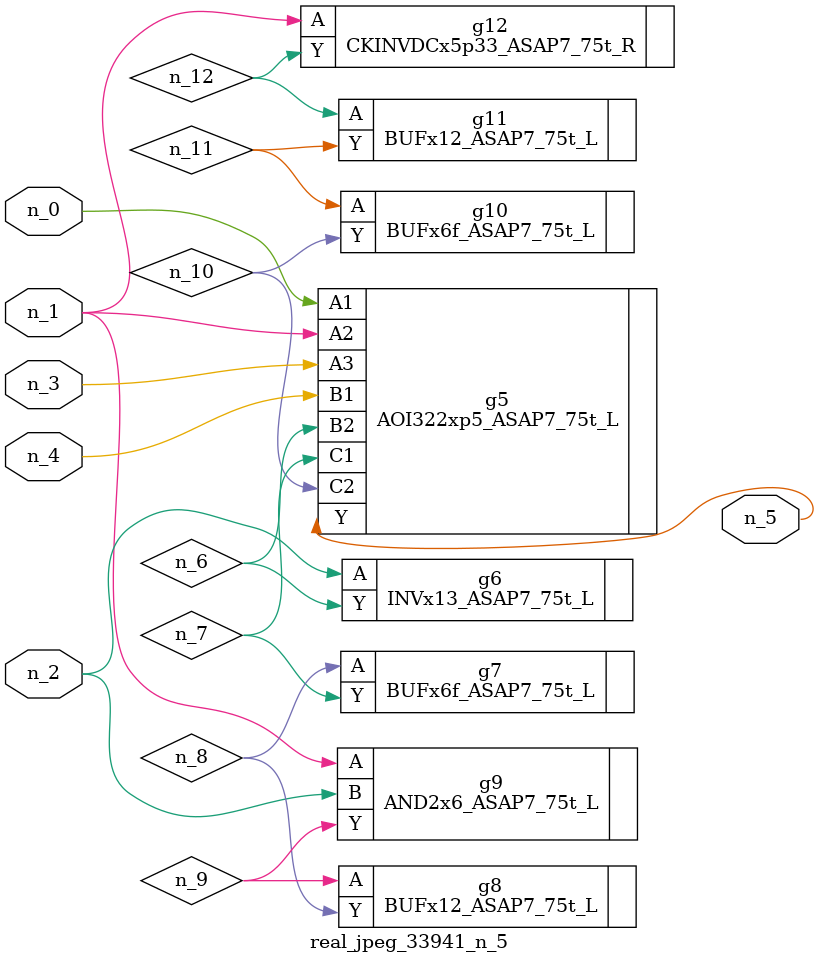
<source format=v>
module real_jpeg_33941_n_5 (n_4, n_0, n_1, n_2, n_3, n_5);

input n_4;
input n_0;
input n_1;
input n_2;
input n_3;

output n_5;

wire n_12;
wire n_8;
wire n_11;
wire n_6;
wire n_7;
wire n_10;
wire n_9;

AOI322xp5_ASAP7_75t_L g5 ( 
.A1(n_0),
.A2(n_1),
.A3(n_3),
.B1(n_4),
.B2(n_6),
.C1(n_7),
.C2(n_10),
.Y(n_5)
);

AND2x6_ASAP7_75t_L g9 ( 
.A(n_1),
.B(n_2),
.Y(n_9)
);

CKINVDCx5p33_ASAP7_75t_R g12 ( 
.A(n_1),
.Y(n_12)
);

INVx13_ASAP7_75t_L g6 ( 
.A(n_2),
.Y(n_6)
);

BUFx6f_ASAP7_75t_L g7 ( 
.A(n_8),
.Y(n_7)
);

BUFx12_ASAP7_75t_L g8 ( 
.A(n_9),
.Y(n_8)
);

BUFx6f_ASAP7_75t_L g10 ( 
.A(n_11),
.Y(n_10)
);

BUFx12_ASAP7_75t_L g11 ( 
.A(n_12),
.Y(n_11)
);


endmodule
</source>
